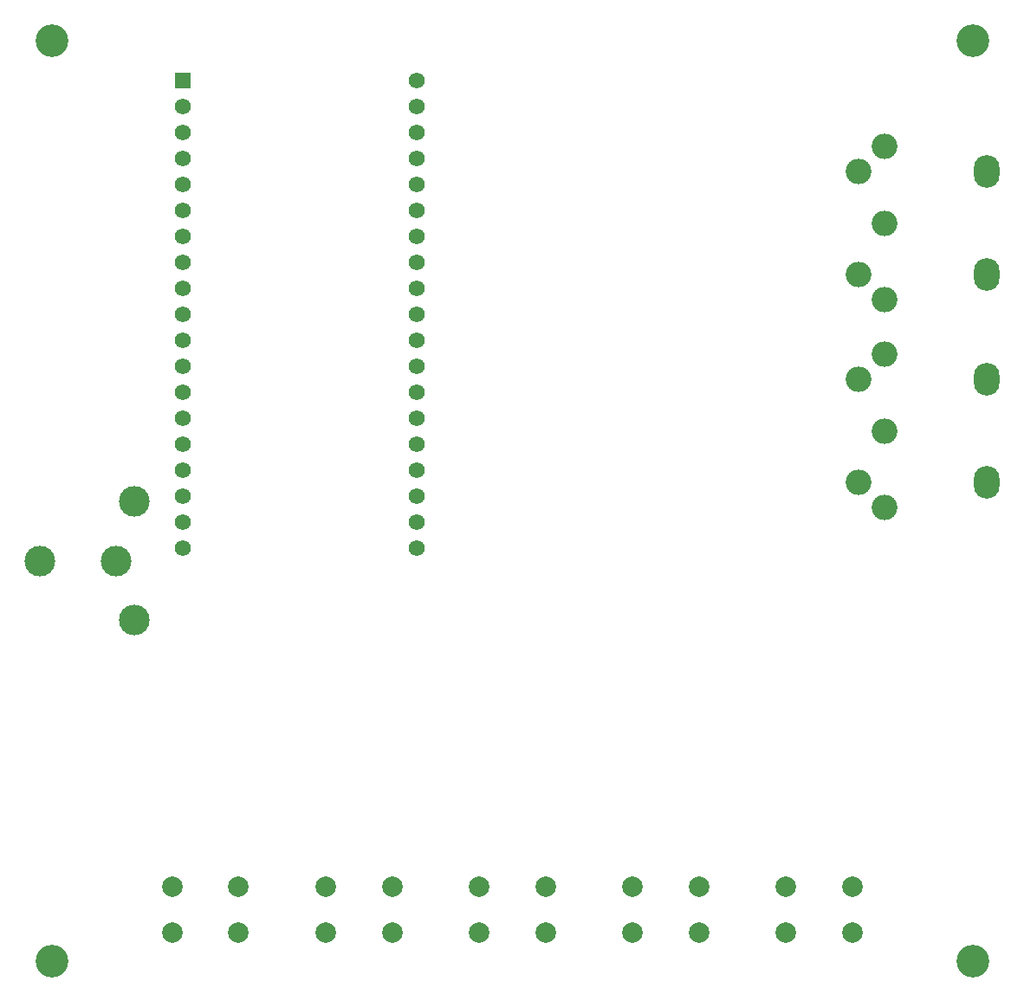
<source format=gbr>
%TF.GenerationSoftware,KiCad,Pcbnew,7.0.2-6a45011f42~172~ubuntu22.04.1*%
%TF.CreationDate,2023-05-17T15:22:17+02:00*%
%TF.ProjectId,midi,6d696469-2e6b-4696-9361-645f70636258,rev?*%
%TF.SameCoordinates,Original*%
%TF.FileFunction,Soldermask,Bot*%
%TF.FilePolarity,Negative*%
%FSLAX46Y46*%
G04 Gerber Fmt 4.6, Leading zero omitted, Abs format (unit mm)*
G04 Created by KiCad (PCBNEW 7.0.2-6a45011f42~172~ubuntu22.04.1) date 2023-05-17 15:22:17*
%MOMM*%
%LPD*%
G01*
G04 APERTURE LIST*
%ADD10C,2.000000*%
%ADD11R,1.560000X1.560000*%
%ADD12C,1.560000*%
%ADD13C,3.200000*%
%ADD14O,2.500000X2.500000*%
%ADD15O,2.500000X3.200000*%
%ADD16C,3.000000*%
%ADD17O,3.000000X3.000000*%
G04 APERTURE END LIST*
D10*
%TO.C,SW5*%
X76750000Y-92250000D03*
X83250000Y-92250000D03*
X76750000Y-87750000D03*
X83250000Y-87750000D03*
%TD*%
D11*
%TO.C,U1*%
X17780000Y-8890000D03*
D12*
X17780000Y-11430000D03*
X17780000Y-13970000D03*
X17780000Y-16510000D03*
X17780000Y-19050000D03*
X17780000Y-21590000D03*
X17780000Y-24130000D03*
X17780000Y-26670000D03*
X17780000Y-29210000D03*
X17780000Y-31750000D03*
X17780000Y-34290000D03*
X17780000Y-36830000D03*
X17780000Y-39370000D03*
X17780000Y-41910000D03*
X17780000Y-44450000D03*
X17780000Y-46990000D03*
X17780000Y-49530000D03*
X17780000Y-52070000D03*
X17780000Y-54610000D03*
X40640000Y-8890000D03*
X40640000Y-11430000D03*
X40640000Y-13970000D03*
X40640000Y-16510000D03*
X40640000Y-19050000D03*
X40640000Y-21590000D03*
X40640000Y-24130000D03*
X40640000Y-26670000D03*
X40640000Y-29210000D03*
X40640000Y-31750000D03*
X40640000Y-34290000D03*
X40640000Y-36830000D03*
X40640000Y-39370000D03*
X40640000Y-41910000D03*
X40640000Y-44450000D03*
X40640000Y-46990000D03*
X40640000Y-49530000D03*
X40640000Y-52070000D03*
X40640000Y-54610000D03*
%TD*%
D13*
%TO.C,H2*%
X5000000Y-5000000D03*
%TD*%
D10*
%TO.C,SW2*%
X31750000Y-92250000D03*
X38250000Y-92250000D03*
X31750000Y-87750000D03*
X38250000Y-87750000D03*
%TD*%
D14*
%TO.C,M1*%
X86360000Y-35680000D03*
D15*
X96360000Y-48180000D03*
D14*
X86360000Y-43180000D03*
D15*
X96360000Y-38180000D03*
D14*
X86360000Y-50680000D03*
X83860000Y-38180000D03*
X83860000Y-48180000D03*
%TD*%
D10*
%TO.C,SW4*%
X61750000Y-92250000D03*
X68250000Y-92250000D03*
X61750000Y-87750000D03*
X68250000Y-87750000D03*
%TD*%
%TO.C,SW3*%
X46750000Y-92250000D03*
X53250000Y-92250000D03*
X46750000Y-87750000D03*
X53250000Y-87750000D03*
%TD*%
D14*
%TO.C,J1*%
X86360000Y-15360000D03*
D15*
X96360000Y-27860000D03*
D14*
X86360000Y-22860000D03*
D15*
X96360000Y-17860000D03*
D14*
X86360000Y-30360000D03*
X83860000Y-17860000D03*
X83860000Y-27860000D03*
%TD*%
D13*
%TO.C,H4*%
X95000000Y-95000000D03*
%TD*%
D10*
%TO.C,SW1*%
X16750000Y-92250000D03*
X23250000Y-92250000D03*
X16750000Y-87750000D03*
X23250000Y-87750000D03*
%TD*%
D13*
%TO.C,H3*%
X5000000Y-95000000D03*
%TD*%
%TO.C,H1*%
X95000000Y-5000000D03*
%TD*%
D16*
%TO.C,P1*%
X11310000Y-55880000D03*
X13010000Y-50080000D03*
X3810000Y-55880000D03*
D17*
X13010000Y-61680000D03*
%TD*%
M02*

</source>
